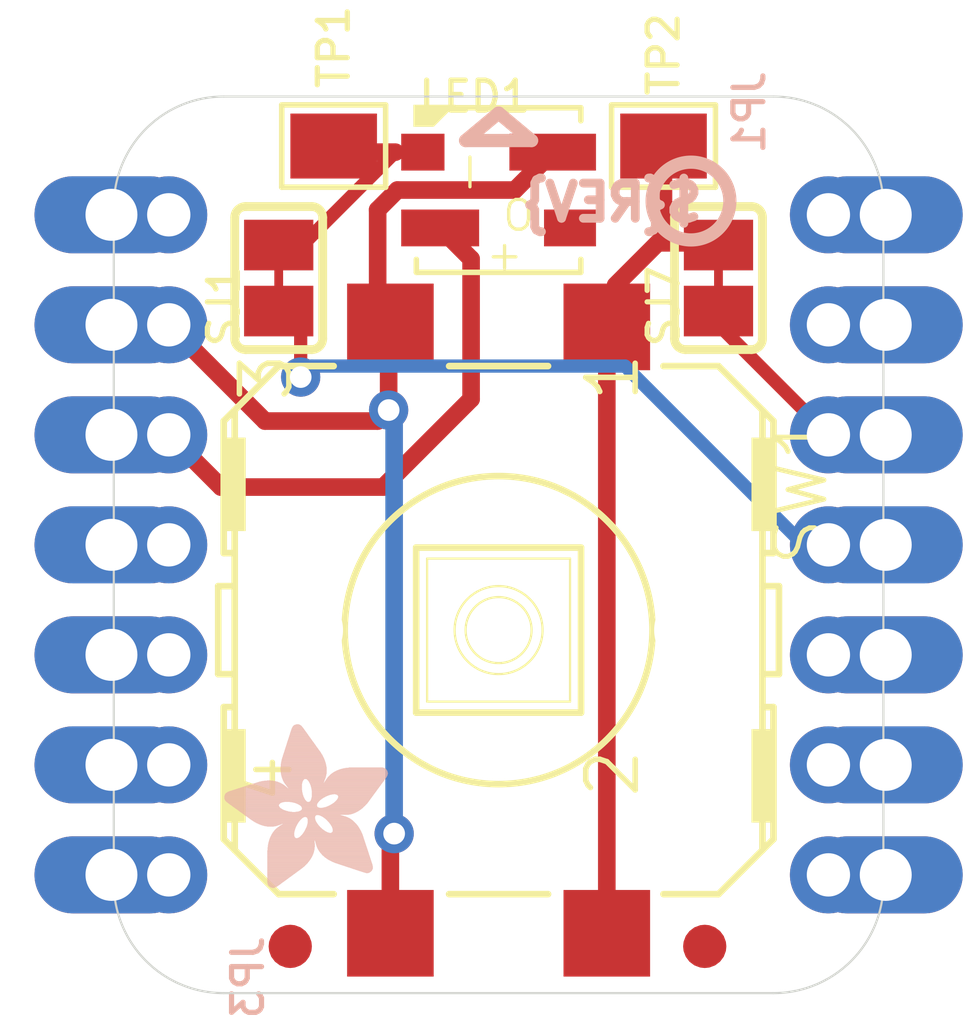
<source format=kicad_pcb>
(kicad_pcb (version 20221018) (generator pcbnew)
  (layers (0 "F.Cu" signal) (1 "In1.Cu" signal) (2 "In2.Cu" signal) (3 "In3.Cu" signal) (4 "In4.Cu" signal) (5 "In5.Cu" signal) (6 "In6.Cu" signal) (7 "In7.Cu" signal) (8 "In8.Cu" signal) (9 "In9.Cu" signal) (10 "In10.Cu" signal) (11 "In11.Cu" signal) (12 "In12.Cu" signal) (13 "In13.Cu" signal) (14 "In14.Cu" signal) (31 "B.Cu" signal) (34 "B.Paste" user) (35 "F.Paste" user) (36 "B.SilkS" user "B.Silkscreen") (37 "F.SilkS" user "F.Silkscreen") (38 "B.Mask" user) (39 "F.Mask" user) (44 "Edge.Cuts" user))
  (net 0 "")
  (net 1 "GND")
  (net 2 "+5V")
  (net 3 "A3")
  (net 4 "A0")
  (net 5 "A1")
  (net 6 "A2")
  (net 7 "SDA")
  (net 8 "SCL")
  (net 9 "TX")
  (net 10 "MOSI")
  (net 11 "SCK")
  (net 12 "RX")
  (net 13 "MISO")
  (net 14 "NEOPIX")
  (net 15 "3.3V")
  (net 16 "SWITCH")
  (footprint "working:PLABEL3" (layer "F.Cu") (at 141.5796 95.6691)
    (fp_text reference "PLABEL3" hide)
    (fp_text value "" hide)
  )
  (footprint "working:FIDUCIAL_1MM" (layer "F.Cu") (at 143.6878 114.2746)
    (fp_text reference "U$6" hide)
    (fp_text value "FIDUCIAL_1MM" hide)
    (pad "1" smd roundrect (at 0 0) (size 1 1) (layers "F.Cu" "F.Mask") (roundrect_rratio 0.5))
  )
  (footprint "working:FIDUCIAL_1MM" (layer "F.Cu") (at 153.2636 114.2746)
    (fp_text reference "U$8" hide)
    (fp_text value "FIDUCIAL_1MM" hide)
    (pad "1" smd roundrect (at 0 0) (size 1 1) (layers "F.Cu" "F.Mask") (roundrect_rratio 0.5))
  )
  (footprint "working:SOLDERJUMPER_CLOSEDWIRE" (layer "F.Cu") (at 153.5811 98.8441 90)
    (fp_text reference "SJ7" (at -1.651 -1.27 90) (layer "F.SilkS") (effects (font (size 0.692831 0.692831) (thickness 0.119969)) (justify left)))
    (fp_text value "")
    (pad "1" smd rect (at -0.762 0 90) (size 1.1684 1.6002) (layers "F.Cu") (net 6 "A2"))
    (pad "2" smd rect (at 0.762 0 90) (size 1.1684 1.6002) (layers "F.Cu") (net 16 "SWITCH"))
    (pad "WIRE" smd rect (at 0 0 270) (size 0.635 0.2032) (layers "F.Cu"))
  )
  (footprint "working:LED3535_FULLPADS" (layer "F.Cu") (at 148.5011 96.8121)
    (fp_text reference "LED1" (at -1.905 -2.159) (layer "F.SilkS") (effects (font (size 0.692831 0.692831) (thickness 0.119969)) (justify left)))
    (fp_text value "WS2812B_3535FULL")
    (fp_text user "+" (at 0.138 1.489) (layer "F.SilkS") (effects (font (size 0.6858 0.6858) (thickness 0.0762))))
    (fp_text user "-" (at -0.338 -1.289) (layer "F.SilkS") (effects (font (size 0.6858 0.6858) (thickness 0.0762))))
    (fp_text user "I" (at -0.662 -0.389) (layer "F.SilkS") (effects (font (size 0.6858 0.6858) (thickness 0.0762))))
    (fp_text user "O" (at 0.462 0.589) (layer "F.SilkS") (effects (font (size 0.6858 0.6858) (thickness 0.0762))))
    (pad "1" smd rect (at -1.75 -0.875 90) (size 0.85 1) (layers "F.Cu" "F.Paste" "F.Mask") (net 14 "NEOPIX"))
    (pad "2" smd rect (at -1.35 0.875 90) (size 0.85 1.8) (layers "F.Cu" "F.Paste" "F.Mask") (net 15 "3.3V"))
    (pad "3" smd rect (at 1.65 0.875 90) (size 0.85 1.2) (layers "F.Cu" "F.Paste" "F.Mask"))
    (pad "4" smd rect (at 1.25 -0.875 90) (size 0.85 2) (layers "F.Cu" "F.Paste" "F.Mask") (net 1 "GND"))
  )
  (footprint "working:SOLDERJUMPER_CLOSEDWIRE" (layer "F.Cu") (at 143.4211 98.8441 90)
    (fp_text reference "SJ1" (at -1.651 -1.27 90) (layer "F.SilkS") (effects (font (size 0.692831 0.692831) (thickness 0.119969)) (justify left)))
    (fp_text value "")
    (pad "1" smd rect (at -0.762 0 90) (size 1.1684 1.6002) (layers "F.Cu") (net 3 "A3"))
    (pad "2" smd rect (at 0.762 0 90) (size 1.1684 1.6002) (layers "F.Cu") (net 14 "NEOPIX"))
    (pad "WIRE" smd rect (at 0 0 270) (size 0.635 0.2032) (layers "F.Cu"))
  )
  (footprint "working:PAD-1.5X2.0" (layer "F.Cu") (at 152.3111 95.7961 90)
    (fp_text reference "TP2" (at 1.1 0 90) (layer "F.SilkS") (effects (font (size 0.692831 0.692831) (thickness 0.119969)) (justify left)))
    (fp_text value "")
    (pad "P$1" smd rect (at 0 0 90) (size 1.5 2) (layers "F.Cu" "F.Mask") (net 16 "SWITCH"))
  )
  (footprint "working:PLABEL1" (layer "F.Cu") (at 155.2321 114.2111)
    (fp_text reference "PLABEL1" hide)
    (fp_text value "" hide)
  )
  (footprint "working:B3F-40XX-SMT" (layer "F.Cu") (at 148.5011 106.9721 -90)
    (fp_text reference "SW1" (at -5.08 -6.985 90) (layer "F.SilkS") (effects (font (size 1.1557 1.1557) (thickness 0.1143)) (justify right)))
    (fp_text value "12mm Tact")
    (fp_text user "4" (at 4.064 4.699 -90) (layer "F.SilkS") (effects (font (size 1.143 1.143) (thickness 0.127)) (justify left bottom)))
    (fp_text user "2" (at 3.937 -3.302 -90) (layer "F.SilkS") (effects (font (size 1.143 1.143) (thickness 0.127)) (justify left bottom)))
    (fp_text user "3" (at -5.207 4.699 -90) (layer "F.SilkS") (effects (font (size 1.143 1.143) (thickness 0.127)) (justify left bottom)))
    (fp_text user "1" (at -5.207 -3.302 -90) (layer "F.SilkS") (effects (font (size 1.143 1.143) (thickness 0.127)) (justify left bottom)))
    (pad "" np_thru_hole circle (at 0 -4.4958 270) (size 1.8034 1.8034) (drill 1.8034) (layers "*.Cu" "*.Mask"))
    (pad "" np_thru_hole circle (at 0 4.4958 270) (size 1.8034 1.8034) (drill 1.8034) (layers "*.Cu" "*.Mask"))
    (pad "P$1" smd rect (at -7 -2.5 270) (size 2 2) (layers "F.Cu" "F.Paste" "F.Mask") (net 16 "SWITCH"))
    (pad "P$2" smd rect (at 7 -2.5 270) (size 2 2) (layers "F.Cu" "F.Paste" "F.Mask") (net 16 "SWITCH"))
    (pad "P$3" smd rect (at -7 2.5 270) (size 2 2) (layers "F.Cu" "F.Paste" "F.Mask") (net 1 "GND"))
    (pad "P$4" smd rect (at 7 2.5 270) (size 2 2) (layers "F.Cu" "F.Paste" "F.Mask") (net 1 "GND"))
  )
  (footprint "working:PLABEL14" (layer "F.Cu") (at 141.7066 114.2111)
    (fp_text reference "PLABEL14" hide)
    (fp_text value "" hide)
  )
  (footprint "working:PLABEL6" (layer "F.Cu") (at 155.3591 95.7961)
    (fp_text reference "PLABEL6" hide)
    (fp_text value "" hide)
  )
  (footprint "working:PAD-1.5X2.0" (layer "F.Cu") (at 144.6911 95.7961 90)
    (fp_text reference "TP1" (at 1.27 0 90) (layer "F.SilkS") (effects (font (size 0.692831 0.692831) (thickness 0.119969)) (justify left)))
    (fp_text value "")
    (pad "P$1" smd rect (at 0 0 90) (size 1.5 2) (layers "F.Cu" "F.Mask") (net 14 "NEOPIX"))
  )
  (footprint "working:PCBFEAT-REV-040" (layer "B.Cu") (at 152.9461 97.0661 180)
    (fp_text reference "U$3" hide)
    (fp_text value "" hide)
    (fp_text user "${REV}" (at -0.3556 -0.508) (layer "B.SilkS") (effects (font (size 0.8128 0.8128) (thickness 0.2032)) (justify left bottom mirror)))
  )
  (footprint "working:1X07_CASTEL" (layer "B.Cu") (at 156.1211 105.0036 -90)
    (fp_text reference "JP1" (at -8.9662 1.8288 -270) (layer "B.SilkS") (effects (font (size 0.692831 0.692831) (thickness 0.119969)) (justify right mirror)))
    (fp_text value "")
    (pad "1" thru_hole circle (at -7.62 0 180) (size 1.778 1.778) (drill 1) (layers "*.Cu" "*.Mask") (net 4 "A0"))
    (pad "1C" thru_hole oval (at -7.62 -1.323975 180) (size 3.556 1.778) (drill 1.2) (layers "*.Cu" "*.Mask") (net 4 "A0"))
    (pad "2" thru_hole circle (at -5.08 0 180) (size 1.778 1.778) (drill 1) (layers "*.Cu" "*.Mask") (net 5 "A1"))
    (pad "2C" thru_hole oval (at -5.08 -1.323975 180) (size 3.556 1.778) (drill 1.2) (layers "*.Cu" "*.Mask") (net 5 "A1"))
    (pad "3" thru_hole circle (at -2.54 0 180) (size 1.778 1.778) (drill 1) (layers "*.Cu" "*.Mask") (net 6 "A2"))
    (pad "3C" thru_hole oval (at -2.54 -1.323975 180) (size 3.556 1.778) (drill 1.2) (layers "*.Cu" "*.Mask") (net 6 "A2"))
    (pad "4" thru_hole circle (at 0 0 180) (size 1.778 1.778) (drill 1) (layers "*.Cu" "*.Mask") (net 3 "A3"))
    (pad "4C" thru_hole oval (at 0 -1.323975 180) (size 3.556 1.778) (drill 1.2) (layers "*.Cu" "*.Mask") (net 3 "A3"))
    (pad "5" thru_hole circle (at 2.54 0 180) (size 1.778 1.778) (drill 1) (layers "*.Cu" "*.Mask") (net 7 "SDA"))
    (pad "5C" thru_hole oval (at 2.54 -1.323975 180) (size 3.556 1.778) (drill 1.2) (layers "*.Cu" "*.Mask") (net 7 "SDA"))
    (pad "6" thru_hole circle (at 5.08 0 180) (size 1.778 1.778) (drill 1) (layers "*.Cu" "*.Mask") (net 8 "SCL"))
    (pad "6C" thru_hole oval (at 5.08 -1.323975 180) (size 3.556 1.778) (drill 1.2) (layers "*.Cu" "*.Mask") (net 8 "SCL"))
    (pad "7" thru_hole circle (at 7.62 0 180) (size 1.778 1.778) (drill 1) (layers "*.Cu" "*.Mask") (net 9 "TX"))
    (pad "7C" thru_hole oval (at 7.62 -1.323975 180) (size 3.556 1.778) (drill 1.2) (layers "*.Cu" "*.Mask") (net 9 "TX"))
  )
  (footprint "working:ADAFRUIT_3.5MM" (layer "B.Cu") (at 145.9611 112.9411 180)
    (fp_text reference "U$2" hide)
    (fp_text value "" hide)
  )
  (footprint "working:1X07_CASTEL" (layer "B.Cu") (at 140.8811 105.0036 90)
    (fp_text reference "JP3" (at -8.9662 1.8288 90) (layer "B.SilkS") (effects (font (size 0.692831 0.692831) (thickness 0.119969)) (justify left mirror)))
    (fp_text value "")
    (pad "1" thru_hole circle (at -7.62 0) (size 1.778 1.778) (drill 1) (layers "*.Cu" "*.Mask") (net 12 "RX"))
    (pad "1C" thru_hole oval (at -7.62 -1.323975) (size 3.556 1.778) (drill 1.2) (layers "*.Cu" "*.Mask") (net 12 "RX"))
    (pad "2" thru_hole circle (at -5.08 0) (size 1.778 1.778) (drill 1) (layers "*.Cu" "*.Mask") (net 11 "SCK"))
    (pad "2C" thru_hole oval (at -5.08 -1.323975) (size 3.556 1.778) (drill 1.2) (layers "*.Cu" "*.Mask") (net 11 "SCK"))
    (pad "3" thru_hole circle (at -2.54 0) (size 1.778 1.778) (drill 1) (layers "*.Cu" "*.Mask") (net 13 "MISO"))
    (pad "3C" thru_hole oval (at -2.54 -1.323975) (size 3.556 1.778) (drill 1.2) (layers "*.Cu" "*.Mask") (net 13 "MISO"))
    (pad "4" thru_hole circle (at 0 0) (size 1.778 1.778) (drill 1) (layers "*.Cu" "*.Mask") (net 10 "MOSI"))
    (pad "4C" thru_hole oval (at 0 -1.323975) (size 3.556 1.778) (drill 1.2) (layers "*.Cu" "*.Mask") (net 10 "MOSI"))
    (pad "5" thru_hole circle (at 2.54 0) (size 1.778 1.778) (drill 1) (layers "*.Cu" "*.Mask") (net 15 "3.3V"))
    (pad "5C" thru_hole oval (at 2.54 -1.323975) (size 3.556 1.778) (drill 1.2) (layers "*.Cu" "*.Mask") (net 15 "3.3V"))
    (pad "6" thru_hole circle (at 5.08 0) (size 1.778 1.778) (drill 1) (layers "*.Cu" "*.Mask") (net 1 "GND"))
    (pad "6C" thru_hole oval (at 5.08 -1.323975) (size 3.556 1.778) (drill 1.2) (layers "*.Cu" "*.Mask") (net 1 "GND"))
    (pad "7" thru_hole circle (at 7.62 0) (size 1.778 1.778) (drill 1) (layers "*.Cu" "*.Mask") (net 2 "+5V"))
    (pad "7C" thru_hole oval (at 7.62 -1.323975) (size 3.556 1.778) (drill 1.2) (layers "*.Cu" "*.Mask") (net 2 "+5V"))
  )
  (gr_line (start 148.5011 95.0341) (end 149.2631 95.6691) (stroke (width 0.3048)) (layer "B.SilkS"))
  (gr_line (start 147.7391 95.6691) (end 148.5011 95.0341) (stroke (width 0.3048)) (layer "B.SilkS"))
  (gr_line (start 149.2631 95.6691) (end 147.7391 95.6691) (stroke (width 0.3048)) (layer "B.SilkS"))
  (gr_line (start 142.1511 94.6531) (end 154.8511 94.6531) (stroke (width 0.05)) (layer "Edge.Cuts"))
  (gr_arc (start 157.3911 112.8141) (mid 156.647151 114.610151) (end 154.8511 115.3541) (stroke (width 0.05)) (layer "Edge.Cuts"))
  (gr_arc (start 139.6111 97.1931) (mid 140.355049 95.397049) (end 142.1511 94.6531) (stroke (width 0.05)) (layer "Edge.Cuts"))
  (gr_arc (start 142.1511 115.3541) (mid 140.355049 114.610151) (end 139.6111 112.8141) (stroke (width 0.05)) (layer "Edge.Cuts"))
  (gr_line (start 139.6111 112.8141) (end 139.6111 97.1931) (stroke (width 0.05)) (layer "Edge.Cuts"))
  (gr_arc (start 154.8511 94.6531) (mid 156.647151 95.397049) (end 157.3911 97.1931) (stroke (width 0.05)) (layer "Edge.Cuts"))
  (gr_line (start 157.3911 97.1931) (end 157.3911 112.8141) (stroke (width 0.05)) (layer "Edge.Cuts"))
  (gr_line (start 154.8511 115.3541) (end 142.1511 115.3541) (stroke (width 0.05)) (layer "Edge.Cuts"))
  (segment (start 146.0011 99.9721) (end 145.7071 99.6781) (width 0.4064) (layer "F.Cu") (net 1))
  (segment (start 145.7071 99.6781) (end 145.7071 97.267288) (width 0.4064) (layer "F.Cu") (net 1))
  (segment (start 146.162287 96.8121) (end 148.8761 96.8121) (width 0.4064) (layer "F.Cu") (net 1))
  (segment (start 145.9611 101.8921) (end 145.7071 102.1461) (width 0.4064) (layer "F.Cu") (net 1))
  (segment (start 146.0011 111.7581) (end 146.0881 111.6711) (width 0.4064) (layer "F.Cu") (net 1))
  (segment (start 145.7071 102.1461) (end 143.1036 102.1461) (width 0.4064) (layer "F.Cu") (net 1))
  (segment (start 148.8761 96.8121) (end 149.7511 95.9371) (width 0.4064) (layer "F.Cu") (net 1))
  (segment (start 145.9611 100.2661) (end 145.9611 101.8921) (width 0.4064) (layer "F.Cu") (net 1))
  (segment (start 145.7071 97.267288) (end 146.162287 96.8121) (width 0.4064) (layer "F.Cu") (net 1))
  (segment (start 146.0011 100.2261) (end 145.9611 100.2661) (width 0.4064) (layer "F.Cu") (net 1))
  (segment (start 146.0011 113.9721) (end 146.0011 111.7581) (width 0.4064) (layer "F.Cu") (net 1))
  (segment (start 139.557125 99.9236) (end 140.8811 99.9236) (width 0.3048) (layer "F.Cu") (net 1))
  (segment (start 143.1036 102.1461) (end 140.8811 99.9236) (width 0.4064) (layer "F.Cu") (net 1))
  (segment (start 146.0011 99.9721) (end 146.0011 100.2261) (width 0.4064) (layer "F.Cu") (net 1))
  (via (at 146.0881 111.6711) (size 0.9064) (drill 0.5) (layers "F.Cu" "B.Cu") (net 1))
  (via (at 145.9611 101.8921) (size 0.9064) (drill 0.5) (layers "F.Cu" "B.Cu") (net 1))
  (segment (start 146.0881 102.0191) (end 145.9611 101.8921) (width 0.4064) (layer "B.Cu") (net 1))
  (segment (start 146.0881 111.6711) (end 146.0881 102.0191) (width 0.4064) (layer "B.Cu") (net 1))
  (segment (start 139.557125 97.3836) (end 140.8811 97.3836) (width 0.3048) (layer "F.Cu") (net 2))
  (segment (start 157.445075 105.0036) (end 156.1211 105.0036) (width 0.3048) (layer "F.Cu") (net 3))
  (segment (start 143.9291 99.8601) (end 143.9291 101.1301) (width 0.3048) (layer "F.Cu") (net 3))
  (segment (start 143.4211 99.6061) (end 143.9291 99.8601) (width 0.3048) (layer "F.Cu") (net 3))
  (via (at 143.9291 101.1301) (size 0.9064) (drill 0.5) (layers "F.Cu" "B.Cu") (net 3))
  (segment (start 157.445075 105.0036) (end 155.5496 105.0036) (width 0.3048) (layer "B.Cu") (net 3))
  (segment (start 144.1831 100.8761) (end 143.9291 101.1301) (width 0.3048) (layer "B.Cu") (net 3))
  (segment (start 151.4221 100.8761) (end 144.1831 100.8761) (width 0.3048) (layer "B.Cu") (net 3))
  (segment (start 155.5496 105.0036) (end 151.4221 100.8761) (width 0.3048) (layer "B.Cu") (net 3))
  (segment (start 157.445075 97.3836) (end 156.1211 97.3836) (width 0.4064) (layer "B.Cu") (net 4))
  (segment (start 157.445075 99.9236) (end 156.1211 99.9236) (width 0.4064) (layer "B.Cu") (net 5))
  (segment (start 153.5811 99.6061) (end 153.4541 99.7966) (width 0.3048) (layer "F.Cu") (net 6))
  (segment (start 156.1211 102.4636) (end 153.4541 99.7966) (width 0.3048) (layer "F.Cu") (net 6))
  (segment (start 157.445075 102.4636) (end 156.1211 102.4636) (width 0.4064) (layer "B.Cu") (net 6))
  (segment (start 157.445075 107.5436) (end 156.1211 107.5436) (width 0.4064) (layer "B.Cu") (net 7))
  (segment (start 157.445075 110.0836) (end 156.1211 110.0836) (width 0.4064) (layer "B.Cu") (net 8))
  (segment (start 157.445075 112.6236) (end 156.1211 112.6236) (width 0.4064) (layer "B.Cu") (net 9))
  (segment (start 139.557125 105.0036) (end 140.8811 105.0036) (width 0.254) (layer "F.Cu") (net 10))
  (segment (start 139.557125 110.0836) (end 140.8811 110.0836) (width 0.254) (layer "F.Cu") (net 11))
  (segment (start 139.557125 112.6236) (end 140.8811 112.6236) (width 0.254) (layer "F.Cu") (net 12))
  (segment (start 139.557125 107.5436) (end 140.8811 107.5436) (width 0.254) (layer "F.Cu") (net 13))
  (segment (start 144.8321 95.9371) (end 146.1161 95.9371) (width 0.4064) (layer "F.Cu") (net 14))
  (segment (start 144.6911 95.7961) (end 144.8321 95.9371) (width 0.4064) (layer "F.Cu") (net 14))
  (segment (start 146.1161 95.9371) (end 143.9711 98.0821) (width 0.3048) (layer "F.Cu") (net 14))
  (segment (start 143.4211 98.0821) (end 143.9711 98.0821) (width 0.3048) (layer "F.Cu") (net 14))
  (segment (start 146.1161 95.9371) (end 146.7511 95.9371) (width 0.3048) (layer "F.Cu") (net 14))
  (segment (start 145.8341 103.6701) (end 142.0876 103.6701) (width 0.4064) (layer "F.Cu") (net 15))
  (segment (start 139.557125 102.4636) (end 140.8811 102.4636) (width 0.3048) (layer "F.Cu") (net 15))
  (segment (start 140.8811 102.4636) (end 142.0876 103.6701) (width 0.4064) (layer "F.Cu") (net 15))
  (segment (start 147.1511 97.6871) (end 147.8661 98.4021) (width 0.4064) (layer "F.Cu") (net 15))
  (segment (start 147.8661 101.6381) (end 145.8341 103.6701) (width 0.4064) (layer "F.Cu") (net 15))
  (segment (start 147.8661 98.4021) (end 147.8661 101.6381) (width 0.4064) (layer "F.Cu") (net 15))
  (segment (start 152.3111 95.7961) (end 152.3111 97.9001) (width 0.4064) (layer "F.Cu") (net 16))
  (segment (start 152.1291 98.0821) (end 151.2041 99.0071) (width 0.3048) (layer "F.Cu") (net 16))
  (segment (start 153.5811 98.0821) (end 152.1291 98.0821) (width 0.3048) (layer "F.Cu") (net 16))
  (segment (start 151.0011 99.9721) (end 151.0011 113.9721) (width 0.4064) (layer "F.Cu") (net 16))
  (segment (start 151.0011 99.2101) (end 151.0011 99.9721) (width 0.3048) (layer "F.Cu") (net 16))
  (segment (start 152.3111 97.9001) (end 151.2041 99.0071) (width 0.4064) (layer "F.Cu") (net 16))
  (segment (start 151.2041 99.0071) (end 151.0011 99.2101) (width 0.3048) (layer "F.Cu") (net 16))
)
</source>
